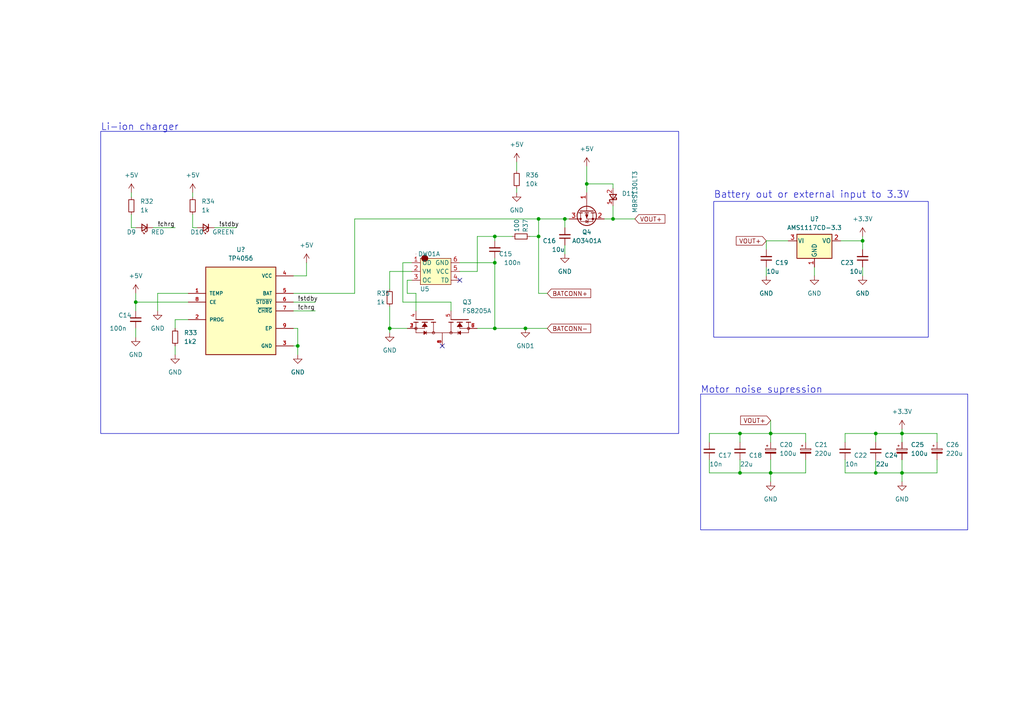
<source format=kicad_sch>
(kicad_sch (version 20230121) (generator eeschema)
  (paper "A4")
  (lib_symbols
    (symbol "+5V_1" (power) (pin_numbers hide) (pin_names (offset 0) hide)
      (property "Value" "+5V_1" (at 0 3.556 0))
      (symbol "+5V_1_0_1"
        (polyline (pts (xy -0.762 1.27) (xy 0 2.54)))
        (polyline (pts (xy 0 0) (xy 0 2.54)))
        (polyline (pts (xy 0 2.54) (xy 0.762 1.27)))
      )
      (symbol "+5V_1_1_1"
        (pin power_in line (at 0 0 90) (length 0) hide (name "+5V") (number "1"))
      )
    )
    (symbol "Device:C_Polarized_Small" (pin_numbers hide) (pin_names (offset 0.254) hide)
      (property "Reference" "C" (at 0.254 1.778 0))
      (property "Value" "C_Polarized_Small" (at 0.254 -2.032 0))
      (symbol "C_Polarized_Small_0_1"
        (rectangle (start -1.524 -0.3048) (end 1.524 -0.6858) (fill (type outline)))
        (rectangle (start -1.524 0.6858) (end 1.524 0.3048))
        (polyline (pts (xy -1.27 1.524) (xy -0.762 1.524)))
        (polyline (pts (xy -1.016 1.27) (xy -1.016 1.778)))
      )
      (symbol "C_Polarized_Small_1_1"
        (pin passive line (at 0 2.54 270) (length 1.8542) (name "~") (number "1"))
        (pin passive line (at 0 -2.54 90) (length 1.8542) (name "~") (number "2"))
      )
    )
    (symbol "Device:C_Small" (pin_numbers hide) (pin_names (offset 0.254) hide)
      (property "Reference" "C" (at 0.254 1.778 0))
      (property "Value" "C_Small" (at 0.254 -2.032 0))
      (symbol "C_Small_0_1"
        (polyline (pts (xy -1.524 -0.508) (xy 1.524 -0.508)) (stroke (width 0.3302)))
        (polyline (pts (xy -1.524 0.508) (xy 1.524 0.508)) (stroke (width 0.3048)))
      )
      (symbol "C_Small_1_1"
        (pin passive line (at 0 2.54 270) (length 2.032) (name "~") (number "1"))
        (pin passive line (at 0 -2.54 90) (length 2.032) (name "~") (number "2"))
      )
    )
    (symbol "Device:D_Schottky_Small" (pin_names (offset 0.254) hide)
      (property "Reference" "D" (at -1.27 2.032 0))
      (property "Value" "D_Schottky_Small" (at -7.112 -2.032 0))
      (symbol "D_Schottky_Small_0_1"
        (polyline (pts (xy -0.762 0) (xy 0.762 0)))
        (polyline (pts (xy 0.762 -1.016) (xy -0.762 0) (xy 0.762 1.016) (xy 0.762 -1.016)) (stroke (width 0.254)))
        (polyline (pts (xy -1.27 0.762) (xy -1.27 1.016) (xy -0.762 1.016) (xy -0.762 -1.016) (xy -0.254 -1.016) (xy -0.254 -0.762)) (stroke (width 0.254)))
      )
      (symbol "D_Schottky_Small_1_1"
        (pin passive line (at -2.54 0 0) (length 1.778) (name "K") (number "1"))
        (pin passive line (at 2.54 0 180) (length 1.778) (name "A") (number "2"))
      )
    )
    (symbol "Device:LED_Small" (pin_numbers hide) (pin_names (offset 0.254) hide)
      (property "Reference" "D" (at -1.27 3.175 0))
      (property "Value" "LED_Small" (at -4.445 -2.54 0))
      (symbol "LED_Small_0_1"
        (polyline (pts (xy -0.762 -1.016) (xy -0.762 1.016)) (stroke (width 0.254)))
        (polyline (pts (xy 1.016 0) (xy -0.762 0)))
        (polyline (pts (xy 0.762 -1.016) (xy -0.762 0) (xy 0.762 1.016) (xy 0.762 -1.016)) (stroke (width 0.254)))
        (polyline (pts (xy 0 0.762) (xy -0.508 1.27) (xy -0.254 1.27) (xy -0.508 1.27) (xy -0.508 1.016)))
        (polyline (pts (xy 0.508 1.27) (xy 0 1.778) (xy 0.254 1.778) (xy 0 1.778) (xy 0 1.524)))
      )
      (symbol "LED_Small_1_1"
        (pin passive line (at -2.54 0 0) (length 1.778) (name "K") (number "1"))
        (pin passive line (at 2.54 0 180) (length 1.778) (name "A") (number "2"))
      )
    )
    (symbol "Device:R_Small" (pin_numbers hide) (pin_names (offset 0.254) hide)
      (property "Reference" "R" (at 0.762 0.508 0))
      (property "Value" "R_Small" (at 0.762 -1.016 0))
      (symbol "R_Small_0_1"
        (rectangle (start -0.762 1.778) (end 0.762 -1.778) (stroke (width 0.2032)))
      )
      (symbol "R_Small_1_1"
        (pin passive line (at 0 2.54 270) (length 0.762) (name "~") (number "1"))
        (pin passive line (at 0 -2.54 90) (length 0.762) (name "~") (number "2"))
      )
    )
    (symbol "FS8205A:FS8205A" (pin_names (offset 1.016))
      (property "Reference" "Q" (at -11.43 7.62 0))
      (property "Value" "FS8205A" (at -11.43 -12.7 0))
      (symbol "FS8205A_0_0"
        (circle (center 0 -7.62) (radius 0.3592))
        (polyline (pts (xy -2.54 -2.54) (xy -2.54 -7.62)) (stroke (width 0.254)))
        (polyline (pts (xy -2.54 7.62) (xy -2.54 2.54)) (stroke (width 0.254)))
        (polyline (pts (xy -1.778 -7.62) (xy -1.778 -8.255)) (stroke (width 0.254)))
        (polyline (pts (xy -1.778 -6.985) (xy -1.778 -7.62)) (stroke (width 0.254)))
        (polyline (pts (xy -1.778 -5.08) (xy -1.778 -5.842)) (stroke (width 0.254)))
        (polyline (pts (xy -1.778 -5.08) (xy 0 -5.08)) (stroke (width 0.1524)))
        (polyline (pts (xy -1.778 -4.318) (xy -1.778 -5.08)) (stroke (width 0.254)))
        (polyline (pts (xy -1.778 -2.54) (xy -1.778 -3.175)) (stroke (width 0.254)))
        (polyline (pts (xy -1.778 -2.54) (xy 1.27 -2.54)) (stroke (width 0.1524)))
        (polyline (pts (xy -1.778 -1.905) (xy -1.778 -2.54)) (stroke (width 0.254)))
        (polyline (pts (xy -1.778 2.54) (xy -1.778 1.905)) (stroke (width 0.254)))
        (polyline (pts (xy -1.778 3.175) (xy -1.778 2.54)) (stroke (width 0.254)))
        (polyline (pts (xy -1.778 5.08) (xy -1.778 4.318)) (stroke (width 0.254)))
        (polyline (pts (xy -1.778 5.08) (xy 0 5.08)) (stroke (width 0.1524)))
        (polyline (pts (xy -1.778 5.842) (xy -1.778 5.08)) (stroke (width 0.254)))
        (polyline (pts (xy -1.778 7.62) (xy -1.778 6.985)) (stroke (width 0.254)))
        (polyline (pts (xy -1.778 7.62) (xy 1.27 7.62)) (stroke (width 0.1524)))
        (polyline (pts (xy -1.778 8.255) (xy -1.778 7.62)) (stroke (width 0.254)))
        (polyline (pts (xy 0 -7.62) (xy -1.778 -7.62)) (stroke (width 0.1524)))
        (polyline (pts (xy 0 -7.62) (xy 1.27 -7.62)) (stroke (width 0.1524)))
        (polyline (pts (xy 0 -5.08) (xy 0 -7.62)) (stroke (width 0.1524)))
        (polyline (pts (xy 0 7.62) (xy 0 5.08)) (stroke (width 0.1524)))
        (polyline (pts (xy 0.762 4.572) (xy 1.27 4.572)) (stroke (width 0.1524)))
        (polyline (pts (xy 1.27 -4.572) (xy 0.762 -4.572)) (stroke (width 0.1524)))
        (polyline (pts (xy 1.27 -4.572) (xy 1.27 -7.62)) (stroke (width 0.1524)))
        (polyline (pts (xy 1.27 -2.54) (xy 1.27 -4.572)) (stroke (width 0.1524)))
        (polyline (pts (xy 1.27 -2.54) (xy 1.27 0)) (stroke (width 0.1524)))
        (polyline (pts (xy 1.27 0) (xy 1.27 2.54)) (stroke (width 0.1524)))
        (polyline (pts (xy 1.27 0) (xy 2.54 0)) (stroke (width 0.1524)))
        (polyline (pts (xy 1.27 2.54) (xy -1.778 2.54)) (stroke (width 0.1524)))
        (polyline (pts (xy 1.27 2.54) (xy 1.27 4.572)) (stroke (width 0.1524)))
        (polyline (pts (xy 1.27 4.572) (xy 1.27 7.62)) (stroke (width 0.1524)))
        (polyline (pts (xy 1.27 4.572) (xy 1.778 4.572)) (stroke (width 0.1524)))
        (polyline (pts (xy 1.778 -4.572) (xy 1.27 -4.572)) (stroke (width 0.1524)))
        (polyline (pts (xy -1.524 -5.08) (xy -0.508 -4.318) (xy -0.508 -5.842) (xy -1.524 -5.08)) (stroke (width 0.1524)) (fill (type outline)))
        (polyline (pts (xy -1.524 5.08) (xy -0.508 5.842) (xy -0.508 4.318) (xy -1.524 5.08)) (stroke (width 0.1524)) (fill (type outline)))
        (polyline (pts (xy 1.27 -4.572) (xy 0.762 -5.334) (xy 1.778 -5.334) (xy 1.27 -4.572)) (stroke (width 0.1524)) (fill (type outline)))
        (polyline (pts (xy 1.27 4.572) (xy 1.778 5.334) (xy 0.762 5.334) (xy 1.27 4.572)) (stroke (width 0.1524)) (fill (type outline)))
        (circle (center 0 7.62) (radius 0.3592))
        (circle (center 1.27 -2.54) (radius 0.3592))
        (circle (center 1.27 2.54) (radius 0.3592))
        (pin passive line (at 5.08 0 180) (length 2.54) (name "~") (number "1"))
        (pin passive line (at 0 -10.16 90) (length 2.54) (name "~") (number "2"))
        (pin passive line (at 0 -10.16 90) (length 2.54) (name "~") (number "3"))
        (pin passive line (at -5.08 -7.62 0) (length 2.54) (name "~") (number "4"))
        (pin passive line (at -5.08 2.54 0) (length 2.54) (name "~") (number "5"))
        (pin passive line (at 0 10.16 270) (length 2.54) (name "~") (number "6"))
        (pin passive line (at 0 10.16 270) (length 2.54) (name "~") (number "7"))
        (pin passive line (at 5.08 0 180) (length 2.54) (name "~") (number "8"))
      )
    )
    (symbol "GND_1" (power) (pin_numbers hide) (pin_names (offset 0) hide)
      (property "Value" "GND_1" (at 0 -3.81 0))
      (symbol "GND_1_0_1"
        (polyline (pts (xy 0 0) (xy 0 -1.27) (xy 1.27 -1.27) (xy 0 -2.54) (xy -1.27 -1.27) (xy 0 -1.27)))
      )
      (symbol "GND_1_1_1"
        (pin power_in line (at 0 0 270) (length 0) hide (name "GND") (number "1"))
      )
    )
    (symbol "Regulator_Linear:AMS1117CD-3.3" (pin_names (offset 0.254))
      (property "Reference" "U" (at -3.81 3.175 0))
      (property "Value" "AMS1117CD-3.3" (at 0 3.175 0))
      (symbol "AMS1117CD-3.3_0_1"
        (rectangle (start -5.08 -5.08) (end 5.08 1.905) (stroke (width 0.254)) (fill (type background)))
      )
      (symbol "AMS1117CD-3.3_1_1"
        (pin power_in line (at 0 -7.62 90) (length 2.54) (name "GND") (number "1"))
        (pin power_out line (at 7.62 0 180) (length 2.54) (name "VO") (number "2"))
        (pin power_in line (at -7.62 0 0) (length 2.54) (name "VI") (number "3"))
      )
    )
    (symbol "TP4056:DW01A"
      (property "Reference" "U" (at 1.27 2.54 0))
      (symbol "DW01A_0_1"
        (rectangle (start 1.27 2.54) (end 1.27 2.54))
      )
      (symbol "DW01A_1_1"
        (rectangle (start 2.54 1.27) (end 11.43 -6.35) (fill (type background)))
        (circle (center 3.81 1.27) (radius 0.0001) (stroke (width 1)))
        (pin input line (at 0 0 0) (length 2.54) (name "OD") (number "1"))
        (pin input line (at 0 -2.54 0) (length 2.54) (name "VM") (number "2"))
        (pin input line (at 0 -5.08 0) (length 2.54) (name "OC") (number "3"))
        (pin input line (at 13.97 -5.08 180) (length 2.54) (name "TD") (number "4"))
        (pin input line (at 13.97 -2.54 180) (length 2.54) (name "VCC") (number "5"))
        (pin input line (at 13.97 0 180) (length 2.54) (name "GND") (number "6"))
      )
    )
    (symbol "TP4056:TP4056" (pin_names (offset 1.016))
      (property "Reference" "U" (at -10.16 13.208 0))
      (property "Value" "TP4056" (at -10.16 -15.24 0))
      (symbol "TP4056_0_0"
        (rectangle (start -10.16 -12.7) (end 10.16 12.7) (stroke (width 0.254)) (fill (type background)))
        (pin input line (at -15.24 5.08 0) (length 5.08) (name "TEMP") (number "1"))
        (pin bidirectional line (at -15.24 -2.54 0) (length 5.08) (name "PROG") (number "2"))
        (pin power_in line (at 15.24 -10.16 180) (length 5.08) (name "GND") (number "3"))
        (pin power_in line (at 15.24 10.16 180) (length 5.08) (name "VCC") (number "4"))
        (pin output line (at 15.24 5.08 180) (length 5.08) (name "BAT") (number "5"))
        (pin output line (at 15.24 2.54 180) (length 5.08) (name "~{STDBY}") (number "6"))
        (pin output line (at 15.24 0 180) (length 5.08) (name "~{CHRG}") (number "7"))
        (pin input line (at -15.24 2.54 0) (length 5.08) (name "CE") (number "8"))
        (pin passive line (at 15.24 -5.08 180) (length 5.08) (name "EP") (number "9"))
      )
    )
    (symbol "Transistor_FET:AO3401A" (pin_names hide)
      (property "Reference" "Q" (at 5.08 1.905 0))
      (property "Value" "AO3401A" (at 5.08 0 0))
      (symbol "AO3401A_0_1"
        (polyline (pts (xy 0.254 0) (xy -2.54 0)))
        (polyline (pts (xy 0.254 1.905) (xy 0.254 -1.905)) (stroke (width 0.254)))
        (polyline (pts (xy 0.762 -1.27) (xy 0.762 -2.286)) (stroke (width 0.254)))
        (polyline (pts (xy 0.762 0.508) (xy 0.762 -0.508)) (stroke (width 0.254)))
        (polyline (pts (xy 0.762 2.286) (xy 0.762 1.27)) (stroke (width 0.254)))
        (polyline (pts (xy 2.54 2.54) (xy 2.54 1.778)))
        (polyline (pts (xy 2.54 -2.54) (xy 2.54 0) (xy 0.762 0)))
        (polyline (pts (xy 0.762 1.778) (xy 3.302 1.778) (xy 3.302 -1.778) (xy 0.762 -1.778)))
        (polyline (pts (xy 2.286 0) (xy 1.27 0.381) (xy 1.27 -0.381) (xy 2.286 0)) (fill (type outline)))
        (polyline (pts (xy 2.794 -0.508) (xy 2.921 -0.381) (xy 3.683 -0.381) (xy 3.81 -0.254)))
        (polyline (pts (xy 3.302 -0.381) (xy 2.921 0.254) (xy 3.683 0.254) (xy 3.302 -0.381)))
        (circle (center 1.651 0) (radius 2.794) (stroke (width 0.254)))
        (circle (center 2.54 -1.778) (radius 0.254) (fill (type outline)))
        (circle (center 2.54 1.778) (radius 0.254) (fill (type outline)))
      )
      (symbol "AO3401A_1_1"
        (pin input line (at -5.08 0 0) (length 2.54) (name "G") (number "1"))
        (pin passive line (at 2.54 -5.08 90) (length 2.54) (name "S") (number "2"))
        (pin passive line (at 2.54 5.08 270) (length 2.54) (name "D") (number "3"))
      )
    )
    (symbol "power:+3.3V" (power) (pin_numbers hide) (pin_names (offset 0) hide)
      (property "Value" "+3.3V" (at 0 3.556 0))
      (symbol "+3.3V_0_1"
        (polyline (pts (xy -0.762 1.27) (xy 0 2.54)))
        (polyline (pts (xy 0 0) (xy 0 2.54)))
        (polyline (pts (xy 0 2.54) (xy 0.762 1.27)))
      )
      (symbol "+3.3V_1_1"
        (pin power_in line (at 0 0 90) (length 0) hide (name "+3.3V") (number "1"))
      )
    )
    (symbol "power:GND1" (power) (pin_numbers hide) (pin_names (offset 0) hide)
      (property "Value" "GND1" (at 0 -3.81 0))
      (symbol "GND1_0_1"
        (polyline (pts (xy 0 0) (xy 0 -1.27) (xy 1.27 -1.27) (xy 0 -2.54) (xy -1.27 -1.27) (xy 0 -1.27)))
      )
      (symbol "GND1_1_1"
        (pin power_in line (at 0 0 270) (length 0) hide (name "GND1") (number "1"))
      )
    )
  )
  (junction (at 152.4 95.25))
  (junction (at 156.21 68.58))
  (junction (at 86.36 100.33))
  (junction (at 223.52 137.16))
  (junction (at 254 137.16))
  (junction (at 143.51 76.2))
  (junction (at 177.8 63.5))
  (junction (at 113.03 95.25))
  (junction (at 261.62 137.16))
  (junction (at 223.52 125.73))
  (junction (at 143.51 68.58))
  (junction (at 250.19 69.85))
  (junction (at 163.83 63.5))
  (junction (at 214.63 137.16))
  (junction (at 156.21 63.5))
  (junction (at 143.51 95.25))
  (junction (at 39.37 87.63))
  (junction (at 254 125.73))
  (junction (at 170.18 53.34))
  (junction (at 214.63 125.73))
  (junction (at 261.62 125.73))
  (no_connect (at 133.35 81.28))
  (no_connect (at 128.27 100.33))
  (wire (pts (xy 250.19 69.85) (xy 250.19 72.39)))
  (wire (pts (xy 245.11 125.73) (xy 254 125.73)))
  (wire (pts (xy 39.37 87.63) (xy 54.61 87.63)))
  (wire (pts (xy 38.1 62.23) (xy 38.1 66.04)))
  (wire (pts (xy 38.1 66.04) (xy 39.37 66.04)))
  (wire (pts (xy 163.83 71.12) (xy 163.83 73.66)))
  (wire (pts (xy 177.8 63.5) (xy 177.8 59.69)))
  (wire (pts (xy 177.8 54.61) (xy 177.8 53.34)))
  (wire (pts (xy 120.65 85.09) (xy 120.65 90.17)))
  (wire (pts (xy 113.03 78.74) (xy 113.03 83.82)))
  (wire (pts (xy 45.72 85.09) (xy 54.61 85.09)))
  (wire (pts (xy 223.52 137.16) (xy 233.68 137.16)))
  (wire (pts (xy 261.62 137.16) (xy 261.62 139.7)))
  (wire (pts (xy 113.03 96.52) (xy 113.03 95.25)))
  (wire (pts (xy 116.84 87.63) (xy 116.84 76.2)))
  (wire (pts (xy 50.8 100.33) (xy 50.8 102.87)))
  (wire (pts (xy 205.74 133.35) (xy 205.74 137.16)))
  (wire (pts (xy 39.37 85.09) (xy 39.37 87.63)))
  (wire (pts (xy 113.03 95.25) (xy 113.03 88.9)))
  (wire (pts (xy 54.61 92.71) (xy 50.8 92.71)))
  (wire (pts (xy 55.88 62.23) (xy 55.88 66.04)))
  (wire (pts (xy 45.72 90.17) (xy 45.72 85.09)))
  (wire (pts (xy 261.62 125.73) (xy 261.62 128.27)))
  (wire (pts (xy 149.86 46.99) (xy 149.86 49.53)))
  (wire (pts (xy 163.83 63.5) (xy 165.1 63.5)))
  (wire (pts (xy 233.68 133.35) (xy 233.68 137.16)))
  (wire (pts (xy 223.52 133.35) (xy 223.52 137.16)))
  (wire (pts (xy 130.81 87.63) (xy 130.81 90.17)))
  (wire (pts (xy 133.35 76.2) (xy 143.51 76.2)))
  (wire (pts (xy 222.25 69.85) (xy 222.25 72.39)))
  (wire (pts (xy 214.63 133.35) (xy 214.63 137.16)))
  (wire (pts (xy 214.63 125.73) (xy 214.63 128.27)))
  (wire (pts (xy 261.62 124.46) (xy 261.62 125.73)))
  (wire (pts (xy 170.18 53.34) (xy 170.18 55.88)))
  (wire (pts (xy 102.87 63.5) (xy 156.21 63.5)))
  (wire (pts (xy 156.21 63.5) (xy 163.83 63.5)))
  (wire (pts (xy 261.62 133.35) (xy 261.62 137.16)))
  (wire (pts (xy 138.43 68.58) (xy 143.51 68.58)))
  (wire (pts (xy 62.23 66.04) (xy 68.58 66.04)))
  (wire (pts (xy 143.51 68.58) (xy 148.59 68.58)))
  (wire (pts (xy 85.09 95.25) (xy 86.36 95.25)))
  (wire (pts (xy 116.84 76.2) (xy 119.38 76.2)))
  (wire (pts (xy 177.8 53.34) (xy 170.18 53.34)))
  (wire (pts (xy 163.83 63.5) (xy 163.83 66.04)))
  (wire (pts (xy 233.68 125.73) (xy 223.52 125.73)))
  (wire (pts (xy 85.09 85.09) (xy 102.87 85.09)))
  (wire (pts (xy 38.1 55.88) (xy 38.1 57.15)))
  (wire (pts (xy 143.51 95.25) (xy 152.4 95.25)))
  (wire (pts (xy 156.21 63.5) (xy 156.21 68.58)))
  (wire (pts (xy 86.36 95.25) (xy 86.36 100.33)))
  (wire (pts (xy 138.43 95.25) (xy 143.51 95.25)))
  (wire (pts (xy 254 125.73) (xy 261.62 125.73)))
  (wire (pts (xy 261.62 137.16) (xy 271.78 137.16)))
  (wire (pts (xy 153.67 68.58) (xy 156.21 68.58)))
  (wire (pts (xy 133.35 78.74) (xy 138.43 78.74)))
  (wire (pts (xy 156.21 85.09) (xy 156.21 68.58)))
  (wire (pts (xy 245.11 137.16) (xy 254 137.16)))
  (wire (pts (xy 228.6 69.85) (xy 222.25 69.85)))
  (wire (pts (xy 158.75 85.09) (xy 156.21 85.09)))
  (wire (pts (xy 214.63 125.73) (xy 223.52 125.73)))
  (wire (pts (xy 143.51 74.93) (xy 143.51 76.2)))
  (wire (pts (xy 143.51 68.58) (xy 143.51 69.85)))
  (wire (pts (xy 50.8 92.71) (xy 50.8 95.25)))
  (wire (pts (xy 119.38 81.28) (xy 118.11 81.28)))
  (wire (pts (xy 118.11 85.09) (xy 120.65 85.09)))
  (wire (pts (xy 118.11 81.28) (xy 118.11 85.09)))
  (wire (pts (xy 214.63 137.16) (xy 223.52 137.16)))
  (wire (pts (xy 254 133.35) (xy 254 137.16)))
  (wire (pts (xy 184.15 63.5) (xy 177.8 63.5)))
  (wire (pts (xy 85.09 80.01) (xy 88.9 80.01)))
  (wire (pts (xy 85.09 100.33) (xy 86.36 100.33)))
  (wire (pts (xy 138.43 78.74) (xy 138.43 68.58)))
  (wire (pts (xy 205.74 137.16) (xy 214.63 137.16)))
  (wire (pts (xy 245.11 133.35) (xy 245.11 137.16)))
  (wire (pts (xy 143.51 76.2) (xy 143.51 95.25)))
  (wire (pts (xy 39.37 87.63) (xy 39.37 90.17)))
  (wire (pts (xy 119.38 78.74) (xy 113.03 78.74)))
  (wire (pts (xy 271.78 133.35) (xy 271.78 137.16)))
  (wire (pts (xy 149.86 54.61) (xy 149.86 55.88)))
  (wire (pts (xy 254 137.16) (xy 261.62 137.16)))
  (wire (pts (xy 88.9 76.2) (xy 88.9 80.01)))
  (wire (pts (xy 223.52 121.92) (xy 223.52 125.73)))
  (wire (pts (xy 250.19 68.58) (xy 250.19 69.85)))
  (wire (pts (xy 205.74 128.27) (xy 205.74 125.73)))
  (wire (pts (xy 205.74 125.73) (xy 214.63 125.73)))
  (wire (pts (xy 39.37 95.25) (xy 39.37 97.79)))
  (wire (pts (xy 223.52 125.73) (xy 223.52 128.27)))
  (wire (pts (xy 175.26 63.5) (xy 177.8 63.5)))
  (wire (pts (xy 254 125.73) (xy 254 128.27)))
  (wire (pts (xy 271.78 125.73) (xy 261.62 125.73)))
  (wire (pts (xy 243.84 69.85) (xy 250.19 69.85)))
  (wire (pts (xy 44.45 66.04) (xy 50.8 66.04)))
  (wire (pts (xy 233.68 128.27) (xy 233.68 125.73)))
  (wire (pts (xy 223.52 137.16) (xy 223.52 139.7)))
  (wire (pts (xy 245.11 128.27) (xy 245.11 125.73)))
  (wire (pts (xy 55.88 66.04) (xy 57.15 66.04)))
  (wire (pts (xy 85.09 90.17) (xy 91.44 90.17)))
  (wire (pts (xy 271.78 128.27) (xy 271.78 125.73)))
  (wire (pts (xy 152.4 95.25) (xy 158.75 95.25)))
  (wire (pts (xy 86.36 102.87) (xy 86.36 100.33)))
  (wire (pts (xy 170.18 48.26) (xy 170.18 53.34)))
  (wire (pts (xy 55.88 55.88) (xy 55.88 57.15)))
  (wire (pts (xy 118.11 95.25) (xy 113.03 95.25)))
  (wire (pts (xy 222.25 77.47) (xy 222.25 80.01)))
  (wire (pts (xy 236.22 77.47) (xy 236.22 80.01)))
  (wire (pts (xy 130.81 87.63) (xy 116.84 87.63)))
  (wire (pts (xy 102.87 85.09) (xy 102.87 63.5)))
  (wire (pts (xy 250.19 77.47) (xy 250.19 80.01)))
  (wire (pts (xy 85.09 87.63) (xy 91.44 87.63)))
  (rectangle (start 207.01 58.42) (end 269.24 97.79))
  (rectangle (start 203.2 114.3) (end 280.67 153.67))
  (rectangle (start 29.21 38.1) (end 196.85 125.73))
  (text "Motor noise supression\n" (at 203.2 114.3 0) (effects (font (size 2 2)) (justify left bottom)))
  (text "Battery out or external input to 3.3V\n\n" (at 207.01 60.96 0) (effects (font (size 2 2)) (justify left bottom)))
  (text "Li-ion charger" (at 29.21 38.1 0) (effects (font (size 2 2)) (justify left bottom)))
  (label "!chrg" (at 45.72 66.04 0))
  (label "!stdby" (at 63.5 66.04 0))
  (label "!stdby" (at 86.36 87.63 0))
  (label "!chrg" (at 86.36 90.17 0))
  (global_label "VOUT+" (shape input) (at 222.25 69.85 180) (property "Intersheetrefs" "${INTERSHEET_REFS}" (effects hide)))
  (global_label "BATCONN-" (shape input) (at 158.75 95.25 0) (property "Intersheetrefs" "${INTERSHEET_REFS}" (effects hide)))
  (global_label "BATCONN+" (shape input) (at 158.75 85.09 0) (property "Intersheetrefs" "${INTERSHEET_REFS}" (effects hide)))
  (global_label "VOUT+" (shape input) (at 223.52 121.92 180) (property "Intersheetrefs" "${INTERSHEET_REFS}" (effects hide)))
  (global_label "VOUT+" (shape input) (at 184.15 63.5 0) (property "Intersheetrefs" "${INTERSHEET_REFS}" (effects hide)))
  (symbol (lib_name "GND_1") (lib_id "power:GND") (at 236.22 80.01 0) (unit 1)
    (property "Reference" "#PWR066" (effects hide))
    (property "Value" "GND" (at 236.22 85.09 0))
  )
  (symbol (lib_id "power:+3.3V") (at 250.19 68.58 0) (unit 1)
    (property "Reference" "#PWR067" (effects hide))
    (property "Value" "+3.3V" (at 250.19 63.5 0))
  )
  (symbol (lib_id "Device:D_Schottky_Small") (at 177.8 57.15 90) (unit 1)
    (property "Reference" "D11" (at 180.34 56.134 90) (effects (justify right)))
    (property "Value" "MBRS130LT3" (at 184.15 49.53 0) (effects (justify right)))
    (property "Footprint" "TP4056:403_SMB_A" (effects hide))
  )
  (symbol (lib_id "Device:C_Small") (at 254 130.81 0) (mirror x) (unit 1)
    (property "Reference" "C24" (at 256.54 132.08 0) (effects (justify left)))
    (property "Value" "22u" (at 254 134.62 0) (effects (justify left)))
    (property "Footprint" "Capacitor_SMD:C_1206_3216Metric_Pad1.33x1.80mm_HandSolder" (effects hide))
  )
  (symbol (lib_name "GND_1") (lib_id "power:GND") (at 163.83 73.66 0) (unit 1)
    (property "Reference" "#PWR062" (effects hide))
    (property "Value" "GND" (at 163.83 78.74 0))
  )
  (symbol (lib_id "TP4056:DW01A") (at 119.38 76.2 0) (unit 1)
    (property "Reference" "U5" (at 123.19 83.82 0))
    (property "Value" "DW01A" (at 124.46 73.66 0))
    (property "Footprint" "Package_TO_SOT_SMD:SOT-23-6" (effects hide))
  )
  (symbol (lib_name "+5V_1") (lib_id "power:+5V") (at 39.37 85.09 0) (mirror y) (unit 1)
    (property "Reference" "#PWR?" (effects hide))
    (property "Value" "+5V" (at 39.37 80.01 0))
    (instances (project "ESPCARproject" (path "" (reference "#PWR?") (unit 1)) (path "" (reference "#PWR051") (unit 1))))
  )
  (symbol (lib_id "TP4056:TP4056") (at 69.85 90.17 0) (unit 1)
    (property "Reference" "U?" (at 69.85 72.39 0))
    (property "Value" "TP4056" (at 69.85 74.93 0))
    (property "Footprint" "TP4056:SOP127P600X175-9N" (effects hide))
    (property "MF" "NanJing Top Power ASIC Corp." (effects hide))
    (property "MAXIMUM_PACKAGE_HEIGHT" "1.75mm" (effects hide))
    (property "Package" "Package" (effects hide))
    (property "Price" "None" (effects hide))
    (property "Check_prices" "https://www.snapeda.com/parts/TP4056/NanJing+Top+Power+ASIC+Corp./view-part/?ref=eda" (effects hide))
    (property "STANDARD" "IPC 7351B" (effects hide))
    (property "SnapEDA_Link" "https://www.snapeda.com/parts/TP4056/NanJing+Top+Power+ASIC+Corp./view-part/?ref=snap" (effects hide))
    (property "MP" "TP4056" (effects hide))
    (property "Description" "\nComplete single cell Li-Ion battery with a constant current / constant voltage linear charger\n" (effects hide))
    (property "Availability" "Not in stock" (effects hide))
    (property "MANUFACTURER" "NanJing Top Power ASIC Corp." (effects hide))
    (instances (project "ESPCARproject" (path "" (reference "U?") (unit 1)) (path "" (reference "U4") (unit 1))))
  )
  (symbol (lib_name "GND_1") (lib_id "power:GND") (at 113.03 96.52 0) (unit 1)
    (property "Reference" "#PWR058" (effects hide))
    (property "Value" "GND" (at 113.03 101.6 0))
  )
  (symbol (lib_id "Device:R_Small") (at 38.1 59.69 0) (unit 1)
    (property "Reference" "R32" (at 40.64 58.42 0) (effects (justify left)))
    (property "Value" "1k" (at 40.64 60.96 0) (effects (justify left)))
    (property "Footprint" "Resistor_SMD:R_0603_1608Metric_Pad0.98x0.95mm_HandSolder" (effects hide))
  )
  (symbol (lib_name "+5V_1") (lib_id "power:+5V") (at 88.9 76.2 0) (mirror y) (unit 1)
    (property "Reference" "#PWR?" (effects hide))
    (property "Value" "+5V" (at 88.9 71.12 0))
    (instances (project "ESPCARproject" (path "" (reference "#PWR?") (unit 1)) (path "" (reference "#PWR057") (unit 1))))
  )
  (symbol (lib_id "Regulator_Linear:AMS1117CD-3.3") (at 236.22 69.85 0) (unit 1)
    (property "Reference" "U?" (at 236.22 63.5 0))
    (property "Value" "AMS1117CD-3.3" (at 236.22 66.04 0))
    (property "Footprint" "Package_TO_SOT_SMD:TO-252-3_TabPin2" (effects hide))
    (property "Datasheet" "http://www.advanced-monolithic.com/pdf/ds1117.pdf" (effects hide))
    (instances (project "ESPCARproject" (path "" (reference "U?") (unit 1)) (path "" (reference "U6") (unit 1))))
  )
  (symbol (lib_id "Device:R_Small") (at 149.86 52.07 0) (unit 1)
    (property "Reference" "R36" (at 152.4 50.8 0) (effects (justify left)))
    (property "Value" "10k" (at 152.4 53.34 0) (effects (justify left)))
    (property "Footprint" "Resistor_SMD:R_0603_1608Metric_Pad0.98x0.95mm_HandSolder" (effects hide))
  )
  (symbol (lib_name "GND_1") (lib_id "power:GND") (at 250.19 80.01 0) (unit 1)
    (property "Reference" "#PWR068" (effects hide))
    (property "Value" "GND" (at 250.19 85.09 0))
  )
  (symbol (lib_id "Device:R_Small") (at 55.88 59.69 0) (unit 1)
    (property "Reference" "R34" (at 58.42 58.42 0) (effects (justify left)))
    (property "Value" "1k" (at 58.42 60.96 0) (effects (justify left)))
    (property "Footprint" "Resistor_SMD:R_0603_1608Metric_Pad0.98x0.95mm_HandSolder" (effects hide))
  )
  (symbol (lib_id "Device:C_Small") (at 143.51 72.39 180) (unit 1)
    (property "Reference" "C15" (at 148.59 73.66 0) (effects (justify left)))
    (property "Value" "100n" (at 151.13 76.2 0) (effects (justify left)))
    (property "Footprint" "Capacitor_SMD:C_0603_1608Metric_Pad1.08x0.95mm_HandSolder" (effects hide))
  )
  (symbol (lib_id "Device:C_Small") (at 39.37 92.71 0) (unit 1)
    (property "Reference" "C14" (at 34.29 91.44 0) (effects (justify left)))
    (property "Value" "100n" (at 31.75 95.25 0) (effects (justify left)))
    (property "Footprint" "Capacitor_SMD:C_0603_1608Metric_Pad1.08x0.95mm_HandSolder" (effects hide))
  )
  (symbol (lib_name "+5V_1") (lib_id "power:+5V") (at 38.1 55.88 0) (mirror y) (unit 1)
    (property "Reference" "#PWR?" (effects hide))
    (property "Value" "+5V" (at 38.1 50.8 0))
    (instances (project "ESPCARproject" (path "" (reference "#PWR?") (unit 1)) (path "" (reference "#PWR050") (unit 1))))
  )
  (symbol (lib_name "GND_1") (lib_id "power:GND") (at 261.62 139.7 0) (unit 1)
    (property "Reference" "#PWR070" (effects hide))
    (property "Value" "GND" (at 261.62 144.78 0))
  )
  (symbol (lib_id "Device:C_Small") (at 250.19 74.93 180) (unit 1)
    (property "Reference" "C23" (at 247.65 76.2 0) (effects (justify left)))
    (property "Value" "10u" (at 250.19 78.74 0) (effects (justify left)))
    (property "Footprint" "Capacitor_SMD:C_1206_3216Metric_Pad1.33x1.80mm_HandSolder" (effects hide))
  )
  (symbol (lib_id "Transistor_FET:AO3401A") (at 170.18 60.96 90) (mirror x) (unit 1)
    (property "Reference" "Q4" (at 170.18 67.31 90))
    (property "Value" "AO3401A" (at 170.18 69.85 90))
    (property "Footprint" "Package_TO_SOT_SMD:SOT-23" (effects hide))
    (property "Datasheet" "http://www.aosmd.com/pdfs/datasheet/AO3401A.pdf" (effects hide))
  )
  (symbol (lib_name "GND_1") (lib_id "power:GND") (at 86.36 102.87 0) (unit 1)
    (property "Reference" "#PWR056" (effects hide))
    (property "Value" "GND" (at 86.36 107.95 0))
  )
  (symbol (lib_id "Device:C_Small") (at 214.63 130.81 0) (mirror x) (unit 1)
    (property "Reference" "C18" (at 217.17 132.08 0) (effects (justify left)))
    (property "Value" "22u" (at 214.63 134.62 0) (effects (justify left)))
    (property "Footprint" "Capacitor_SMD:C_1206_3216Metric_Pad1.33x1.80mm_HandSolder" (effects hide))
  )
  (symbol (lib_id "Device:R_Small") (at 151.13 68.58 90) (unit 1)
    (property "Reference" "R37" (at 152.4 63.5 0) (effects (justify right)))
    (property "Value" "100" (at 149.86 63.5 0) (effects (justify right)))
    (property "Footprint" "Resistor_SMD:R_0603_1608Metric_Pad0.98x0.95mm_HandSolder" (effects hide))
  )
  (symbol (lib_name "GND_1") (lib_id "power:GND") (at 222.25 80.01 0) (unit 1)
    (property "Reference" "#PWR064" (effects hide))
    (property "Value" "GND" (at 222.25 85.09 0))
  )
  (symbol (lib_id "Device:C_Polarized_Small") (at 271.78 130.81 0) (unit 1)
    (property "Reference" "C26" (at 274.32 128.9939 0) (effects (justify left)))
    (property "Value" "220u" (at 274.32 131.5339 0) (effects (justify left)))
    (property "Footprint" "Capacitor_THT:CP_Radial_Tantal_D6.0mm_P2.50mm" (effects hide))
  )
  (symbol (lib_name "GND_1") (lib_id "power:GND") (at 45.72 90.17 0) (unit 1)
    (property "Reference" "#PWR053" (effects hide))
    (property "Value" "GND" (at 45.72 95.25 0))
  )
  (symbol (lib_id "Device:LED_Small") (at 59.69 66.04 180) (unit 1)
    (property "Reference" "D10" (at 57.15 67.31 0))
    (property "Value" "GREEN" (at 64.77 67.31 0))
    (property "Footprint" "LED_SMD:LED_0603_1608Metric_Pad1.05x0.95mm_HandSolder" (effects hide))
  )
  (symbol (lib_name "+5V_1") (lib_id "power:+5V") (at 55.88 55.88 0) (mirror y) (unit 1)
    (property "Reference" "#PWR?" (effects hide))
    (property "Value" "+5V" (at 55.88 50.8 0))
    (instances (project "ESPCARproject" (path "" (reference "#PWR?") (unit 1)) (path "" (reference "#PWR055") (unit 1))))
  )
  (symbol (lib_id "Device:C_Polarized_Small") (at 223.52 130.81 0) (unit 1)
    (property "Reference" "C20" (at 226.06 128.9939 0) (effects (justify left)))
    (property "Value" "100u" (at 226.06 131.5339 0) (effects (justify left)))
    (property "Footprint" "Capacitor_THT:CP_Radial_Tantal_D6.0mm_P2.50mm" (effects hide))
  )
  (symbol (lib_id "Device:LED_Small") (at 41.91 66.04 180) (unit 1)
    (property "Reference" "D9" (at 38.1 67.31 0))
    (property "Value" "RED" (at 45.72 67.31 0))
    (property "Footprint" "LED_SMD:LED_0603_1608Metric_Pad1.05x0.95mm_HandSolder" (effects hide))
  )
  (symbol (lib_id "power:GND1") (at 152.4 95.25 0) (unit 1)
    (property "Reference" "#PWR061" (effects hide))
    (property "Value" "GND1" (at 152.4 100.33 0))
  )
  (symbol (lib_name "GND_1") (lib_id "power:GND") (at 39.37 97.79 0) (mirror y) (unit 1)
    (property "Reference" "#PWR052" (effects hide))
    (property "Value" "GND" (at 39.37 102.87 0))
  )
  (symbol (lib_id "Device:C_Small") (at 205.74 130.81 0) (mirror x) (unit 1)
    (property "Reference" "C17" (at 208.28 132.08 0) (effects (justify left)))
    (property "Value" "10n" (at 205.74 134.62 0) (effects (justify left)))
    (property "Footprint" "Capacitor_SMD:C_1206_3216Metric_Pad1.33x1.80mm_HandSolder" (effects hide))
  )
  (symbol (lib_name "GND_1") (lib_id "power:GND") (at 223.52 139.7 0) (unit 1)
    (property "Reference" "#PWR065" (effects hide))
    (property "Value" "GND" (at 223.52 144.78 0))
  )
  (symbol (lib_name "GND_1") (lib_id "power:GND") (at 149.86 55.88 0) (unit 1)
    (property "Reference" "#PWR060" (effects hide))
    (property "Value" "GND" (at 149.86 60.96 0))
  )
  (symbol (lib_name "+5V_1") (lib_id "power:+5V") (at 170.18 48.26 0) (mirror y) (unit 1)
    (property "Reference" "#PWR?" (effects hide))
    (property "Value" "+5V" (at 170.18 43.18 0))
    (instances (project "ESPCARproject" (path "" (reference "#PWR?") (unit 1)) (path "" (reference "#PWR063") (unit 1))))
  )
  (symbol (lib_id "power:+3.3V") (at 261.62 124.46 0) (unit 1)
    (property "Reference" "#PWR069" (effects hide))
    (property "Value" "+3.3V" (at 261.62 119.38 0))
  )
  (symbol (lib_id "Device:C_Polarized_Small") (at 261.62 130.81 0) (unit 1)
    (property "Reference" "C25" (at 264.16 128.9939 0) (effects (justify left)))
    (property "Value" "100u" (at 264.16 131.5339 0) (effects (justify left)))
    (property "Footprint" "Capacitor_THT:CP_Radial_Tantal_D6.0mm_P2.50mm" (effects hide))
  )
  (symbol (lib_name "+5V_1") (lib_id "power:+5V") (at 149.86 46.99 0) (mirror y) (unit 1)
    (property "Reference" "#PWR?" (effects hide))
    (property "Value" "+5V" (at 149.86 41.91 0))
    (instances (project "ESPCARproject" (path "" (reference "#PWR?") (unit 1)) (path "" (reference "#PWR059") (unit 1))))
  )
  (symbol (lib_id "Device:R_Small") (at 113.03 86.36 180) (unit 1)
    (property "Reference" "R35" (at 109.22 85.09 0) (effects (justify right)))
    (property "Value" "1k" (at 109.22 87.63 0) (effects (justify right)))
    (property "Footprint" "Resistor_SMD:R_0603_1608Metric_Pad0.98x0.95mm_HandSolder" (effects hide))
  )
  (symbol (lib_id "Device:C_Polarized_Small") (at 233.68 130.81 0) (unit 1)
    (property "Reference" "C21" (at 236.22 128.9939 0) (effects (justify left)))
    (property "Value" "220u" (at 236.22 131.5339 0) (effects (justify left)))
    (property "Footprint" "Capacitor_THT:CP_Radial_Tantal_D6.0mm_P2.50mm" (effects hide))
  )
  (symbol (lib_id "Device:R_Small") (at 50.8 97.79 0) (unit 1)
    (property "Reference" "R33" (at 53.34 96.52 0) (effects (justify left)))
    (property "Value" "1k2" (at 53.34 99.06 0) (effects (justify left)))
    (property "Footprint" "Resistor_SMD:R_0603_1608Metric_Pad0.98x0.95mm_HandSolder" (effects hide))
  )
  (symbol (lib_name "GND_1") (lib_id "power:GND") (at 50.8 102.87 0) (mirror y) (unit 1)
    (property "Reference" "#PWR054" (effects hide))
    (property "Value" "GND" (at 50.8 107.95 0))
  )
  (symbol (lib_id "Device:C_Small") (at 163.83 68.58 180) (unit 1)
    (property "Reference" "C16" (at 161.29 69.85 0) (effects (justify left)))
    (property "Value" "10u" (at 163.83 72.39 0) (effects (justify left)))
    (property "Footprint" "Capacitor_SMD:C_1206_3216Metric_Pad1.33x1.80mm_HandSolder" (effects hide))
  )
  (symbol (lib_id "Device:C_Small") (at 245.11 130.81 0) (mirror x) (unit 1)
    (property "Reference" "C22" (at 247.65 132.08 0) (effects (justify left)))
    (property "Value" "10n" (at 245.11 134.62 0) (effects (justify left)))
    (property "Footprint" "Capacitor_SMD:C_1206_3216Metric_Pad1.33x1.80mm_HandSolder" (effects hide))
  )
  (symbol (lib_id "FS8205A:FS8205A") (at 128.27 95.25 270) (unit 1)
    (property "Reference" "Q3" (at 134.0867 87.63 90) (effects (justify left)))
    (property "Value" "FS8205A" (at 134.0867 90.17 90) (effects (justify left)))
    (property "Footprint" "Package_SO:TSSOP-8_3x3mm_P0.65mm" (effects hide))
    (property "MF" "Fortune Semiconductor" (effects hide))
    (property "MAXIMUM_PACKAGE_HEIGHT" "1.2mm" (effects hide))
    (property "Package" "Package" (effects hide))
    (property "Price" "None" (effects hide))
    (property "Check_prices" "https://www.snapeda.com/parts/FS8205A/Fortune+Semiconductor/view-part/?ref=eda" (effects hide))
    (property "STANDARD" "IPC 7351B" (effects hide))
    (property "PARTREV" "1.7" (effects hide))
    (property "SnapEDA_Link" "https://www.snapeda.com/parts/FS8205A/Fortune+Semiconductor/view-part/?ref=snap" (effects hide))
    (property "MP" "FS8205A" (effects hide))
    (property "Description" "\n" (effects hide))
    (property "Availability" "Not in stock" (effects hide))
    (property "MANUFACTURER" "Fortune Semiconductor" (effects hide))
  )
  (symbol (lib_id "Device:C_Small") (at 222.25 74.93 0) (mirror x) (unit 1)
    (property "Reference" "C19" (at 224.79 76.2 0) (effects (justify left)))
    (property "Value" "10u" (at 222.25 78.74 0) (effects (justify left)))
    (property "Footprint" "Capacitor_SMD:C_1206_3216Metric_Pad1.33x1.80mm_HandSolder" (effects hide))
  )
)
</source>
